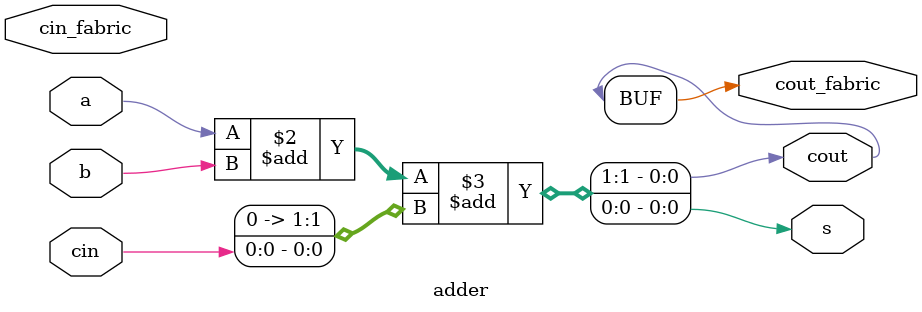
<source format=v>
`timescale 1ns/1ps
module adder (
    input wire [0:0] a,
    input wire [0:0] b,
    input wire [0:0] cin_fabric,
    input wire [0:0] cin,

    output reg [0:0] cout,
    output reg [0:0] s,
    output wire [0:0] cout_fabric
    );

    parameter CIN_FABRIC = 0;

    assign cout_fabric = cout;

    always @* begin
        {cout, s} = a + b + (CIN_FABRIC ? cin_fabric : cin);
    end

endmodule

</source>
